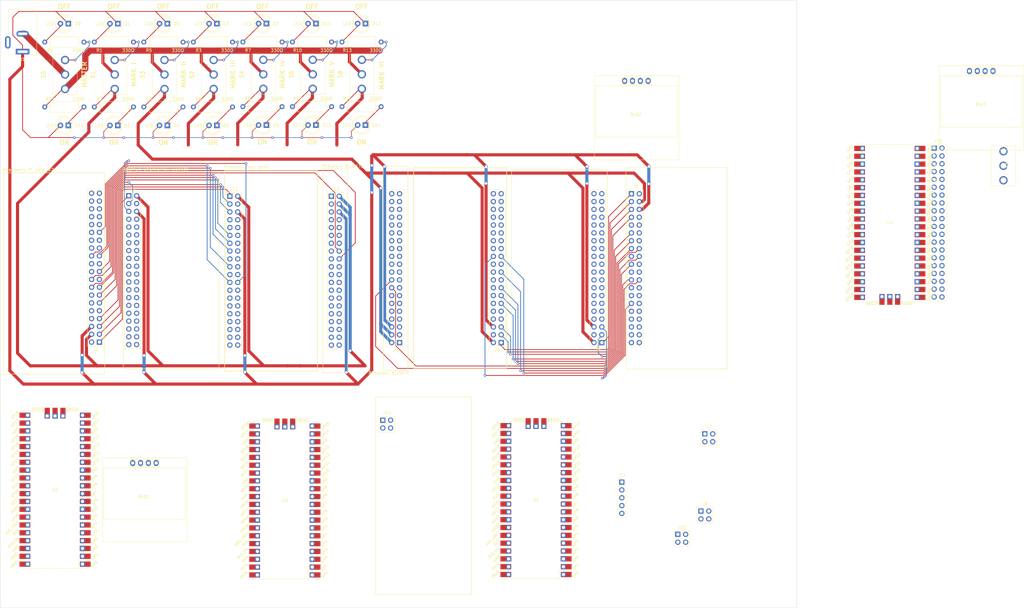
<source format=kicad_pcb>
(kicad_pcb (version 20211014) (generator pcbnew)
  (layers (0 "F.Cu" signal) (31 "B.Cu" signal) (34 "B.Paste" user) (35 "F.Paste" user) (36 "B.SilkS" user "B.Silkscreen") (37 "F.SilkS" user "F.Silkscreen") (38 "B.Mask" user) (39 "F.Mask" user) (44 "Edge.Cuts" user))
  (net 0 "")
  (net 1 "Net-(Brd1-Pad4)")
  (net 2 "Net-(Brd1-Pad3)")
  (net 3 "Net-(Brd1-Pad1)")
  (net 4 "VBUS")
  (net 5 "/SDA 02")
  (net 6 "/SCL 02")
  (net 7 "GND")
  (net 8 "Net-(D1-Pad2)")
  (net 9 "Net-(D2-Pad1)")
  (net 10 "Net-(D3-Pad2)")
  (net 11 "Net-(D4-Pad1)")
  (net 12 "Net-(D5-Pad2)")
  (net 13 "Net-(D6-Pad1)")
  (net 14 "Net-(D7-Pad2)")
  (net 15 "Net-(D8-Pad2)")
  (net 16 "Net-(D9-Pad1)")
  (net 17 "Net-(D10-Pad2)")
  (net 18 "Net-(D11-Pad1)")
  (net 19 "Net-(D13-Pad1)")
  (net 20 "/3.3V")
  (net 22 "/SDA 01")
  (net 23 "/SCL 01")
  (net 24 "Net-(Brd2-Pad1)")
  (net 28 "Net-(Brd2-Pad3)")
  (net 30 "Net-(Brd2-Pad4)")
  (net 32 "Net-(D12-Pad2)")
  (net 33 "/GPIO 23")
  (net 35 "/GPIO 24")
  (net 36 "Net-(D14-Pad1)")
  (net 40 "/SDA 03")
  (net 41 "/BUSY")
  (net 44 "/RESET")
  (net 46 "/DATA")
  (net 56 "/CS")
  (net 63 "/SCL 03")
  (net 68 "/SPI0 MOSI")
  (net 72 "/SPI0 SCLK")
  (net 193 "Net-(J7-Pad1)")
  (net 194 "Net-(J7-Pad2)")
  (net 195 "Net-(J7-Pad3)")
  (net 196 "Net-(J7-Pad4)")
  (net 197 "Net-(J8-Pad1)")
  (net 198 "Net-(J8-Pad2)")
  (net 199 "Net-(J8-Pad3)")
  (net 200 "Net-(J8-Pad4)")
  (net 231 "Net-(J10-Pad1)")
  (net 232 "Net-(J10-Pad2)")
  (net 233 "Net-(J10-Pad3)")
  (net 234 "Net-(J10-Pad4)")
  (net 235 "Net-(J11-Pad1)")
  (net 236 "Net-(J11-Pad2)")
  (net 237 "Net-(J11-Pad3)")
  (net 239 "Net-(J14-Pad2)")
  (net 240 "Net-(J14-Pad4)")
  (net 245 "Net-(J15-Pad1)")
  (net 247 "Net-(J15-Pad3)")
  (net 251 "Net-(J15-Pad5)")
  (net 255 "Net-(J15-Pad6)")
  (net 308 "Net-(R1-Pad2)")
  (net 309 "Net-(R3-Pad2)")
  (net 310 "Net-(R5-Pad2)")
  (net 311 "Net-(R7-Pad2)")
  (net 312 "Net-(R9-Pad2)")
  (net 313 "Net-(R10-Pad2)")
  (net 411 "Net-(J14-Pad1)")
  (net 412 "Net-(J14-Pad3)")
  (net 446 "Net-(R13-Pad2)")
  (net 448 "Net-(U1-Pad20)")
  (footprint "Connector_PinHeader_2.54mm:PinHeader_2x20_P2.54mm_Vertical" (layer "F.Cu") (at 379.136 87.098)
    (fp_text reference "J15")
    (fp_text value "Adafruit Charlieplex Bonnet")
  )
  (footprint "LED_THT:LED_D5.0mm" (layer "F.Cu") (at 178.767335 46.732833 180)
    (fp_text reference "D10")
    (fp_text value "LED")
  )
  (footprint "Connector_PinHeader_2.54mm:PinHeader_2x20_P2.54mm_Vertical" (layer "F.Cu") (at 108.59 149.982 180)
    (fp_text reference "J2")
    (fp_text value "Raspberry Pi Zero W2")
  )
  (footprint "M2012SA1W03:M2012SA1W03" (layer "F.Cu") (at 145.616324 58.547 180)
    (fp_text reference "S2")
    (fp_text value "MARK II" hide)
  )
  (footprint "LED_THT:LED_D5.0mm" (layer "F.Cu") (at 194.822997 79.634165 180)
    (fp_text reference "D14")
    (fp_text value "LED")
  )
  (footprint "Pico:RPi_Pico_SMD_TH" (layer "F.Cu") (at 168.685613 201.3142 180)
    (fp_text reference "U3")
    (fp_text value "Pico")
  )
  (footprint "LED_THT:LED_D5.0mm" (layer "F.Cu") (at 178.767335 79.634165 180)
    (fp_text reference "D13")
    (fp_text value "LED")
  )
  (footprint "SSD1306:128x64OLED" (layer "F.Cu") (at 394.208 72.724)
    (fp_text reference "Brd3")
    (fp_text value "SSD1306")
  )
  (footprint "SSD1306:128x64OLED" (layer "F.Cu") (at 122.995813 199.7657)
    (fp_text reference "Brd1")
    (fp_text value "SSD1306")
  )
  (footprint "Resistor_THT:R_Axial_DIN0309_L9.0mm_D3.2mm_P12.70mm_Horizontal" (layer "F.Cu") (at 122.975349 73.756)
    (fp_text reference "R4")
    (fp_text value "330Ω")
  )
  (footprint "M2012SA1W03:M2012SA1W03" (layer "F.Cu") (at 401.611 97.523)
    (fp_text reference "S7")
    (fp_text value "M2012SA1W03" hide)
  )
  (footprint "Connector_PinHeader_2.54mm:PinHeader_2x20_P2.54mm_Vertical" (layer "F.Cu") (at 150.876 102.696125)
    (fp_text reference "J12")
    (fp_text value "Pimoroni Inky pHAT")
  )
  (footprint "Resistor_THT:R_Axial_DIN0309_L9.0mm_D3.2mm_P12.70mm_Horizontal" (layer "F.Cu") (at 106.919687 73.756)
    (fp_text reference "R2")
    (fp_text value "330Ω")
  )
  (footprint "Resistor_THT:R_Axial_DIN0309_L9.0mm_D3.2mm_P12.70mm_Horizontal" (layer "F.Cu") (at 90.864025 52.738)
    (fp_text reference "R9")
    (fp_text value "330Ω")
  )
  (footprint "Connector_PinHeader_2.54mm:PinHeader_2x20_P2.54mm_Vertical" (layer "F.Cu") (at 183.764 102.696125)
    (fp_text reference "J13")
    (fp_text value "Pimoroni BLINKT!")
  )
  (footprint "Resistor_THT:R_Axial_DIN0309_L9.0mm_D3.2mm_P12.70mm_Horizontal" (layer "F.Cu") (at 139.031011 52.738)
    (fp_text reference "R3")
    (fp_text value "330Ω")
  )
  (footprint "Connector_PinHeader_2.54mm:PinHeader_2x20_P2.54mm_Vertical" (layer "F.Cu") (at 118.11 102.53175)
    (fp_text reference "J4")
    (fp_text value "Adafruit CharliePlex Bonnet")
  )
  (footprint "LED_THT:LED_D5.0mm" (layer "F.Cu") (at 146.656011 79.74 180)
    (fp_text reference "D6")
    (fp_text value "LED")
  )
  (footprint "Resistor_THT:R_Axial_DIN0309_L9.0mm_D3.2mm_P12.70mm_Horizontal" (layer "F.Cu") (at 187.197997 52.695666)
    (fp_text reference "R13")
    (fp_text value "330Ω")
  )
  (footprint "Connector_PinHeader_2.54mm:PinHeader_2x20_P2.54mm_Vertical" (layer "F.Cu") (at 281.023 101.888062)
    (fp_text reference "J3")
    (fp_text value "Raspberry Pi Zero W2")
  )
  (footprint "Connector_PinHeader_2.54mm:PinHeader_2x20_P2.54mm_Vertical" (layer "F.Cu") (at 205.867001 150.138061 180)
    (fp_text reference "J9")
    (fp_text value "Pimoroni BLINKT!")
  )
  (footprint "Resistor_THT:R_Axial_DIN0309_L9.0mm_D3.2mm_P12.70mm_Horizontal" (layer "F.Cu") (at 139.031011 73.756)
    (fp_text reference "R6")
    (fp_text value "330Ω")
  )
  (footprint "M2012SA1W03:M2012SA1W03" (layer "F.Cu") (at 161.714236 58.483499 180)
    (fp_text reference "S4")
    (fp_text value "MARK IV" hide)
  )
  (footprint "Resistor_THT:R_Axial_DIN0309_L9.0mm_D3.2mm_P12.70mm_Horizontal" (layer "F.Cu") (at 90.864025 73.756)
    (fp_text reference "R11")
    (fp_text value "330Ω")
  )
  (footprint "LED_THT:LED_D5.0mm" (layer "F.Cu") (at 194.822997 46.732833 180)
    (fp_text reference "D12")
    (fp_text value "LED")
  )
  (footprint "Pico:RPi_Pico_SMD_TH" (layer "F.Cu") (at 94.212813 197.8137 180)
    (fp_text reference "U2")
    (fp_text value "Pico")
  )
  (footprint "LED_THT:LED_D5.0mm" (layer "F.Cu") (at 130.600349 46.754 180)
    (fp_text reference "D5")
    (fp_text value "LED")
  )
  (footprint "LED_THT:LED_D5.0mm" (layer "F.Cu") (at 114.544687 79.74 180)
    (fp_text reference "D2")
    (fp_text value "LED")
  )
  (footprint "Connector_PinHeader_2.54mm:PinHeader_2x02_P2.54mm_Vertical" (layer "F.Cu") (at 296.054613 212.2907)
    (fp_text reference "J10")
    (fp_text value "DEBUG PINS")
  )
  (footprint "Resistor_THT:R_Axial_DIN0309_L9.0mm_D3.2mm_P12.70mm_Horizontal" (layer "F.Cu") (at 155.086673 52.695666)
    (fp_text reference "R7")
    (fp_text value "330Ω")
  )
  (footprint "M2012SA1W03:M2012SA1W03" (layer "F.Cu") (at 193.649672 58.483499 180)
    (fp_text reference "S8")
    (fp_text value "MARK VI" hide)
  )
  (footprint "Resistor_THT:R_Axial_DIN0309_L9.0mm_D3.2mm_P12.70mm_Horizontal" (layer "F.Cu") (at 155.086673 73.671332)
    (fp_text reference "R8")
    (fp_text value "330Ω")
  )
  (footprint "LED_THT:LED_D5.0mm" (layer "F.Cu") (at 130.600349 79.74 180)
    (fp_text reference "D4")
    (fp_text value "LED")
  )
  (footprint "LED_THT:LED_D5.0mm" (layer "F.Cu") (at 146.656011 46.754 180)
    (fp_text reference "D3")
    (fp_text value "LED")
  )
  (footprint "Connector_PinHeader_2.54mm:PinHeader_2x02_P2.54mm_Vertical" (layer "F.Cu") (at 200.430613 175.2867)
    (fp_text reference "J14")
    (fp_text value "DEBUG Pins")
  )
  (footprint "LED_THT:LED_D5.0mm" (layer "F.Cu") (at 98.489025 79.74 180)
    (fp_text reference "D11")
    (fp_text value "LED")
  )
  (footprint "Connector_PinHeader_2.54mm:PinHeader_2x20_P2.54mm_Vertical" (layer "F.Cu") (at 238.813 150.138062 180)
    (fp_text reference "J6")
    (fp_text value "Pimoroni Inky pHAT")
  )
  (footprint "Resistor_THT:R_Axial_DIN0309_L9.0mm_D3.2mm_P12.70mm_Horizontal" (layer "F.Cu") (at 171.142335 73.671332)
    (fp_text reference "R12")
    (fp_text value "330Ω")
  )
  (footprint "Connector_PinHeader_2.54mm:PinHeader_2x02_P2.54mm_Vertical" (layer "F.Cu") (at 304.829613 179.7267)
    (fp_text reference "J7")
    (fp_text value "DEBUG PINS")
  )
  (footprint "Resistor_THT:R_Axial_DIN0309_L9.0mm_D3.2mm_P12.70mm_Horizontal" (layer "F.Cu") (at 171.142335 52.695666)
    (fp_text reference "R10")
    (fp_text value "330Ω")
  )
  (footprint "SSD1306:128x64OLED" (layer "F.Cu") (at 282.448 75.9243)
    (fp_text reference "Brd2")
    (fp_text value "SSD1306")
  )
  (footprint "Pico:RPi_Pico_SMD_TH" (layer "F.Cu") (at 364.771 111.333)
    (fp_text reference "U4")
    (fp_text value "Pico")
  )
  (footprint "Connector_PinHeader_2.54mm:PinHeader_2x20_P2.54mm_Vertical" (layer "F.Cu") (at 271.427 150.138062 180)
    (fp_text reference "J5")
    (fp_text value "Adafruit CharliePlex Bonnet")
  )
  (footprint "LED_THT:LED_D5.0mm" (layer "F.Cu") (at 114.544687 46.754 180)
    (fp_text reference "D1")
    (fp_text value "LED")
  )
  (footprint "M2012SA1W03:M2012SA1W03" (layer "F.Cu") (at 129.680393 58.547 180)
    (fp_text reference "S3")
    (fp_text value "MARK III" hide)
  )
  (footprint "Connector_BarrelJack:BarrelJack_Wuerth_6941xx301002" (layer "F.Cu") (at 83.687613 55.8267 180)
    (fp_text reference "J1")
    (fp_text value "Barrel_Jack")
  )
  (footprint "Resistor_THT:R_Axial_DIN0309_L9.0mm_D3.2mm_P12.70mm_Horizontal" (layer "F.Cu") (at 106.919687 52.738)
    (fp_text reference "R1")
    (fp_text value "330Ω")
  )
  (footprint "Pico:RPi_Pico_SMD_TH" (layer "F.Cu") (at 250.092613 201.1807 180)
    (fp_text reference "U1")
    (fp_text value "Pico")
  )
  (footprint "LED_THT:LED_D5.0mm" (layer "F.Cu") (at 98.489025 46.754 180)
    (fp_text reference "D8")
    (fp_text value "LED")
  )
  (footprint "LED_THT:LED_D5.0mm" (layer "F.Cu") (at 162.711673 46.732833 180)
    (fp_text reference "D7")
    (fp_text value "LED")
  )
  (footprint "M2012SA1W03:M2012SA1W03" (layer "F.Cu") (at 97.451 58.547 180)
    (fp_text reference "S5")
    (fp_text value "MASTER" hide)
  )
  (footprint "M2012SA1W03:M2012SA1W03" (layer "F.Cu") (at 113.544762 58.547 180)
    (fp_text reference "S1")
    (fp_text value "MARK I" hide)
  )
  (footprint "Connector_PinHeader_2.54mm:PinHeader_2x02_P2.54mm_Vertical" (layer "F.Cu") (at 303.554613 204.7407)
    (fp_text reference "J8")
    (fp_text value "DEBUG PINS")
  )
  (footprint "Resistor_THT:R_Axial_DIN0309_L9.0mm_D3.2mm_P12.70mm_Horizontal" (layer "F.Cu") (at 187.197997 73.671332)
    (fp_text reference "R14")
    (fp_text value "330Ω")
  )
  (footprint "M2012SA1W03:M2012SA1W03" (layer "F.Cu") (at 177.742298 58.483499 180)
    (fp_text reference "S6")
    (fp_text value "MARK V" hide)
  )
  (footprint "LED_THT:LED_D5.0mm" (layer "F.Cu") (at 162.711673 79.634165 180)
    (fp_text reference "D9")
    (fp_text value "LED")
  )
  (footprint "Connector_PinHeader_2.54mm:PinHeader_1x05_P2.54mm_Vertical" (layer "F.Cu") (at 277.905613 195.3527)
    (fp_text reference "J11")
    (fp_text value "Conn_01x05_Male")
  )
  (footprint "Resistor_THT:R_Axial_DIN0309_L9.0mm_D3.2mm_P12.70mm_Horizontal" (layer "F.Cu") (at 122.975349 52.738)
    (fp_text reference "R5")
    (fp_text value "330Ω")
  )
  (gr_rect locked (start 279.273 93.374062) (end 312.039 158.652062) (layer "F.SilkS") (width 0.15) (fill none))
  (gr_rect locked (start 240.538 158.525062) (end 210.439 93.501062) (layer "F.SilkS") (width 0.2) (fill none))
  (gr_rect locked (start 208.592501 159.096561) (end 200.591501 92.929561) (layer "F.SilkS") (width 0.15) (fill none))
  (gr_rect locked (start 149.151 94.309125) (end 179.25 159.333125) (layer "F.SilkS") (width 0.2) (fill none))
  (gr_rect (start 198.149613 167.7887) (end 229.137613 231.7967) (layer "F.SilkS") (width 0.15) (fill none))
  (gr_rect locked (start 110.2855 160.37775) (end 77.5195 95.09975) (layer "F.SilkS") (width 0.15) (fill none))
  (gr_rect locked (start 181.0385 93.737625) (end 189.0395 159.904625) (layer "F.SilkS") (width 0.15) (fill none))
  (gr_rect locked (start 116.36 94.65275) (end 147.348 158.66075) (layer "F.SilkS") (width 0.15) (fill none))
  (gr_rect locked (start 273.177 158.017062) (end 242.189 94.009062) (layer "F.SilkS") (width 0.15) (fill none))
  (gr_rect (start 76.412 39.1457) (end 334.603 236.1227) (layer "Edge.Cuts") (width 0.1) (fill none))
  (gr_text "OFF" (at 193.547997 41.2125) (layer "F.SilkS") (effects (font (size 1.5 1.5) (thickness 0.3))))
  (gr_text "ON" (at 193.547997 85.1545) (layer "F.SilkS") (effects (font (size 1.5 1.5) (thickness 0.3))))
  (gr_text "OFF" (at 129.325349 41.2125) (layer "F.SilkS") (effects (font (size 1.5 1.5) (thickness 0.3))))
  (gr_text "MASTER" (at 103.7082 63.247001 90) (layer "F.SilkS") (effects (font (size 1.5 1.5) (thickness 0.3))))
  (gr_text "ON" (at 161.436673 85.1545) (layer "F.SilkS") (effects (font (size 1.5 1.5) (thickness 0.3))))
  (gr_text "MARK I" (at 119.776562 63.247001 90) (layer "F.SilkS") (effects (font (size 1.5 1.5) (thickness 0.3))))
  (gr_text "ON" (at 129.325349 85.2815) (layer "F.SilkS") (effects (font (size 1.5 1.5) (thickness 0.3))))
  (gr_text "ON" (at 113.269687 85.2815) (layer "F.SilkS") (effects (font (size 1.5 1.5) (thickness 0.3))))
  (gr_text "MARK III" (at 151.890124 63.247001 90) (layer "F.SilkS") (effects (font (size 1.5 1.5) (thickness 0.3))))
  (gr_text "MARK IV" (at 167.911836 63.1835 90) (layer "F.SilkS") (effects (font (size 1.5 1.5) (thickness 0.3))))
  (gr_text "MARK V" (at 183.965298 63.182499 90) (layer "F.SilkS") (effects (font (size 1.5 1.5) (thickness 0.3))))
  (gr_text "ON" (at 177.492335 85.1545) (layer "F.SilkS") (effects (font (size 1.5 1.5) (thickness 0.3))))
  (gr_text "ON" (at 97.214025 85.2815) (layer "F.SilkS") (effects (font (size 1.5 1.5) (thickness 0.3))))
  (gr_text "OFF" (at 177.492335 41.2125) (layer "F.SilkS") (effects (font (size 1.5 1.5) (thickness 0.3))))
  (gr_text "OFF" (at 161.436673 41.2125) (layer "F.SilkS") (effects (font (size 1.5 1.5) (thickness 0.3))))
  (gr_text "MARK VI" (at 200.126672 63.564499 90) (layer "F.SilkS") (effects (font (size 1.5 1.5) (thickness 0.3))))
  (gr_text "ON" (at 145.381011 85.2815) (layer "F.SilkS") (effects (font (size 1.5 1.5) (thickness 0.3))))
  (gr_text "OFF" (at 113.269687 41.2125) (layer "F.SilkS") (effects (font (size 1.5 1.5) (thickness 0.3))))
  (gr_text "OFF" (at 145.381011 41.2125) (layer "F.SilkS") (effects (font (size 1.5 1.5) (thickness 0.3))))
  (gr_text "OFF" (at 97.214025 41.2125) (layer "F.SilkS") (effects (font (size 1.5 1.5) (thickness 0.3))))
  (gr_text "MARK II" (at 135.842418 63.247 90) (layer "F.SilkS") (effects (font (size 1.5 1.5) (thickness 0.3))))
  (segment (start 113.544762 63.247) (end 109.728 59.430238) (width 1) (layer "F.Cu") (net 4))
  (segment (start 104.394 154.272695) (end 104.394 149.098) (width 1) (layer "F.Cu") (net 4))
  (segment (start 106.919687 73.756) (end 112.728687 67.947) (width 0.25) (layer "F.Cu") (net 4))
  (segment (start 194.6369 157.5694) (end 189.8884 152.8209) (width 1) (layer "F.Cu") (net 4))
  (segment (start 177.620324 67.8835) (end 177.620324 70.855176) (width 1) (layer "F.Cu") (net 4))
  (segment (start 193.649672 63.183499) (end 189.611 59.144827) (width 1) (layer "F.Cu") (net 4))
  (segment (start 139.031011 73.756) (end 144.840011 67.947) (width 0.25) (layer "F.Cu") (net 4))
  (segment (start 105.156 81.892) (end 82.042 105.006) (width 1) (layer "F.Cu") (net 4))
  (segment (start 104.013 61.087) (end 104.013 57.023) (width 2) (layer "F.Cu") (net 4))
  (segment (start 192.98583 67.883499) (end 193.649672 67.883499) (width 0.25) (layer "F.Cu") (net 4))
  (segment (start 109.728 55.499) (end 112.280101 55.499) (width 2) (layer "F.Cu") (net 4))
  (segment (start 86.1555 157.6615) (end 107.9995 157.6615) (width 1) (layer "F.Cu") (net 4))
  (segment (start 169.6064 157.6615) (end 107.9995 157.6615) (width 1) (layer "F.Cu") (net 4))
  (segment (start 106.36999 147.48999) (end 106.3765 147.4965) (width 0.25) (layer "F.Cu") (net 4))
  (segment (start 216.0811 95.184) (end 194.945 95.184) (width 1) (layer "F.Cu") (net 4))
  (segment (start 125.731511 59.298118) (end 125.731511 55.497489) (width 1) (layer "F.Cu") (net 4))
  (segment (start 173.736 59.177201) (end 173.736 55.499) (width 1) (layer "F.Cu") (net 4))
  (segment (start 145.616324 63.247) (end 141.606511 59.237187) (width 1) (layer "F.Cu") (net 4))
  (segment (start 260.5545 95.2991) (end 265.303 100.0476) (width 1) (layer "F.Cu") (net 4))
  (segment (start 129.680393 63.247) (end 125.731511 59.298118) (width 1) (layer "F.Cu") (net 4))
  (segment (start 216.0926 95.1955) (end 216.0811 95.184) (width 1) (layer "F.Cu") (net 4))
  (segment (start 83.687613 50.0267) (end 84.2307 50.0267) (width 2) (layer "F.Cu") (net 4))
  (segment (start 125.73 90.678) (end 190.3895 90.678) (width 1) (layer "F.Cu") (net 4))
  (segment (start 193.749324 70.918676) (end 185.547 79.121) (width 1) (layer "F.Cu") (net 4))
  (segment (start 105.156 79.121) (end 105.156 81.892) (width 1) (layer "F.Cu") (net 4))
  (segment (start 169.418 79.0575) (end 169.418 86.0425) (width 1) (layer "F.Cu") (net 4))
  (segment (start 90.864025 73.756) (end 96.673025 67.947) (width 0.25) (layer "F.Cu") (net 4))
  (segment (start 284.572938 104.428062) (end 283.563 104.428062) (width 1) (layer "F.Cu") (net 4))
  (segment (start 265.303 100.0476) (end 265.303 146.64225) (width 1) (layer "F.Cu") (net 4))
  (segment (start 157.734 59.203263) (end 157.734 55.499) (width 1) (layer "F.Cu") (net 4))
  (segment (start 82.042 153.548) (end 86.1555 157.6615) (width 1) (layer "F.Cu") (net 4))
  (segment (start 145.616324 67.947) (end 145.616324 70.918676) (width 1) (layer "F.Cu") (net 4))
  (segment (start 285.242 103.759) (end 284.572938 104.428062) (width 1) (layer "F.Cu") (net 4))
  (segment (start 189.611 59.144827) (end 189.611 55.499) (width 1) (layer "F.Cu") (net 4))
  (segment (start 161.618324 67.8835) (end 161.618324 70.855176) (width 1) (layer "F.Cu") (net 4))
  (segment (start 124.333 152.8094) (end 124.333 106.21475) (width 1) (layer "F.Cu") (net 4))
  (segment (start 169.6064 157.6615) (end 173.5434 157.6615) (width 1) (layer "F.Cu") (net 4))
  (segment (start 173.5549 157.673) (end 194.691 157.673) (width 1) (layer "F.Cu") (net 4))
  (segment (start 96.673025 67.947) (end 97.451 67.947) (width 0.25) (layer "F.Cu") (net 4))
  (segment (start 97.451 67.947) (end 104.013 61.385) (width 2) (layer "F.Cu") (net 4))
  (segment (start 104.013 57.023) (end 105.537 55.499) (width 2) (layer "F.Cu") (net 4))
  (segment (start 155.086673 73.671332) (end 160.874506 67.883499) (width 0.25) (layer "F.Cu") (net 4))
  (segment (start 112.281612 55.497489) (end 125.731511 55.497489) (width 2) (layer "F.Cu") (net 4))
  (segment (start 169.6179 157.673) (end 169.6064 157.6615) (width 1) (layer "F.Cu") (net 4))
  (segment (start 104.013 61.385) (end 104.013 61.087) (width 0.25) (layer "F.Cu") (net 4))
  (segment (start 157.734 55.499) (end 173.736 55.499) (width 2) (layer "F.Cu") (net 4))
  (segment (start 161.618324 70.855176) (end 153.416 79.0575) (width 1) (layer "F.Cu") (net 4))
  (segment (start 104.394 149.098) (end 106.05 147.442) (width 1) (layer "F.Cu") (net 4))
  (segment (start 220.0181 95.184) (end 220.0296 95.1955) (width 1) (layer "F.Cu") (net 4))
  (segment (start 173.736 55.499) (end 189.611 55.499) (width 2) (layer "F.Cu") (net 4))
  (segment (start 161.7439 157.5694) (end 156.9954 152.8209) (width 1) (layer "F.Cu") (net 4))
  (segment (start 189.611 55.499) (end 199.39 55.499) (width 2) (layer "F.Cu") (net 4))
  (segment (start 128.784349 67.947) (end 129.680393 67.947) (width 0.25) (layer "F.Cu") (net 4))
  (segment (start 173.5434 157.6615) (end 173.5549 157.673) (width 1) (layer "F.Cu") (net 4))
  (segment (start 265.303 146.64225) (end 268.986 150.32525) (width 1) (layer "F.Cu") (net 4))
  (segment (start 232.6406 100.0361) (end 232.6406 146.581475) (width 1) (layer "F.Cu") (net 4))
  (segment (start 160.874506 67.883499) (end 161.714236 67.883499) (width 0.25) (layer "F.Cu") (net 4))
  (segment (start 121.285 78.994) (end 121.158 79.121) (width 0.25) (layer "F.Cu") (net 4))
  (segment (start 121.158 79.121) (end 121.158 86.106) (width 1) (layer "F.Cu") (net 4))
  (segment (start 122.975349 73.756) (end 128.784349 67.947) (width 0.25) (layer "F.Cu") (net 4))
  (segment (start 281.853195 95.1955) (end 285.242 98.584305) (width 1) (layer "F.Cu") (net 4))
  (segment (start 113.544762 70.732238) (end 105.283 78.994) (width 1) (layer "F.Cu") (net 4))
  (segment (start 220.0296 95.1955) (end 281.6365 95.1955) (width 1) (layer "F.Cu") (net 4))
  (segment (start 177.620324 70.855176) (end 169.418 79.0575) (width 1) (layer "F.Cu") (net 4))
  (segment (start 227.8921 95.2876) (end 232.6406 100.0361) (width 1) (layer "F.Cu") (net 4))
  (segment (start 105.537 55.499) (end 109.728 55.499) (width 2) (layer "F.Cu") (net 4))
  (segment (start 112.728687 67.947) (end 113.544762 67.947) (width 0.25) (layer "F.Cu") (net 4))
  (segment (start 156.9954 152.8209) (end 156.9954 106.275525) (width 1) (layer "F.Cu") (net 4))
  (segment (start 281.6599 95.1955) (end 281.6365 95.1955) (width 0.25) (layer "F.Cu") (net 4))
  (segment (start 161.714236 63.183499) (end 157.734 59.203263) (width 1) (layer "F.Cu") (net 4))
  (segment (start 176.930168 67.883499) (end 177.742298 67.883499) (width 0.25) (layer "F.Cu") (net 4))
  (segment (start 141.606511 55.497489) (end 146.879474 55.497489) (width 2) (layer "F.Cu") (net 4))
  (segment (start 145.616324 70.918676) (end 137.414 79.121) (width 1) (layer "F.Cu") (net 4))
  (segment (start 113.544762 67.947) (end 113.544762 70.732238) (width 1) (layer "F.Cu") (net 4))
  (segment (start 153.416 79.0575) (end 153.416 86.0425) (width 1) (layer "F.Cu") (net 4))
  (segment (start 84.2307 50.0267) (end 97.451 63.247) (width 2) (layer "F.Cu") (net 4))
  (segment (start 177.742298 63.183499) (end 173.736 59.177201) (width 1) (layer "F.Cu") (net 4))
  (segment (start 129.680393 70.598607) (end 121.285 78.994) (width 1) (layer "F.Cu") (net 4))
  (segment (start 190.3895 90.678) (end 199.7476 100.0361) (width 1) (layer "F.Cu") (net 4))
  (segment (start 144.840011 67.947) (end 145.616324 67.947) (width 0.25) (layer "F.Cu") (net 4))
  (segment (start 124.333 106.21475) (end 120.65 102.53175) (width 1) (layer "F.Cu") (net 4))
  (segment (start 171.142335 73.671332) (end 176.930168 67.883499) (width 0.25) (layer "F.Cu") (net 4))
  (segment (start 137.414 79.121) (end 137.414 86.106) (width 1) (layer "F.Cu") (net 4))
  (segment (start 187.197997 73.671332) (end 192.98583 67.883499) (width 0.25) (layer "F.Cu") (net 4))
  (segment (start 107.9761 157.6615) (end 107.9995 157.6615) (width 0.25) (layer "F.Cu") (net 4))
  (segment (start 107.782805 157.6615) (end 104.394 154.272695) (width 1) (layer "F.Cu") (net 4))
  (segment (start 125.731511 55.497489) (end 141.606511 55.497489) (width 2) (layer "F.Cu") (net 4))
  (segment (start 121.158 86.106) (end 125.73 90.678) (width 1) (layer "F.Cu") (net 4))
  (segment (start 141.606511 59.237187) (end 141.606511 55.497489) (width 1) (layer "F.Cu") (net 4))
  (segment (start 129.680393 67.947) (end 129.680393 70.598607) (width 1) (layer "F.Cu") (net 4))
  (segment (start 232.6406 146.581475) (end 236.22 150.160875) (width 1) (layer "F.Cu") (net 4))
  (segment (start 105.283 78.994) (end 105.156 79.121) (width 0.25) (layer "F.Cu") (net 4))
  (segment (start 193.749324 67.947) (end 193.749324 70.918676) (width 1) (layer "F.Cu") (net 4))
  (segment (start 129.0815 157.5579) (end 124.333 152.8094) (width 1) (layer "F.Cu") (net 4))
  (segment (start 185.547 79.121) (end 185.547 86.106) (width 1) (layer "F.Cu") (net 4))
  (segment (start 220.0296 95.1955) (end 216.0926 95.1955) (width 1) (layer "F.Cu") (net 4))
  (segment (start 109.728 59.430238) (end 109.728 55.499) (width 1) (layer "F.Cu") (net 4))
  (segment (start 285.242 98.584305) (end 285.242 103.759) (width 1) (layer "F.Cu") (net 4))
  (segment (start 82.042 105.006) (end 82.042 153.548) (width 1) (layer "F.Cu") (net 4))
  (segment (start 156.9954 106.275525) (end 153.416 102.696125) (width 1) (layer "F.Cu") (net 4))
  (segment (start 146.880985 55.499) (end 157.734 55.499) (width 2) (layer "F.Cu") (net 4))
  (via (at 199.771 100.076) (size 1) (drill 0.8) (layers "F.Cu" "B.Cu") (net 4))
  (via (at 189.865 152.781) (size 1) (drill 0.8) (layers "F.Cu" "B.Cu") (net 4))
  (segment (start 189.865 152.781) (end 189.865 108.797125) (width 1) (layer "B.Cu") (net 4))
  (segment (start 199.771 146.599875) (end 203.332 150.160875) (width 1) (layer "B.Cu") (net 4))
  (segment (start 199.771 100.076) (end 199.771 144.059875) (width 1) (layer "B.Cu") (net 4))
  (segment (start 199.771 144.059875) (end 199.771 146.599875) (width 1) (layer "B.Cu") (net 4))
  (segment (start 189.865 108.797125) (end 189.865 106.257125) (width 1) (layer "B.Cu") (net 4))
  (segment (start 189.865 106.257125) (end 186.304 102.696125) (width 1) (layer "B.Cu") (net 4))
  (segment (start 199.771 144.059875) (end 203.332 147.620875) (width 1) (layer "B.Cu") (net 4))
  (segment (start 189.865 108.797125) (end 186.304 105.236125) (width 1) (layer "B.Cu") (net 4))
  (segment (start 123.063 110.02475) (end 120.65 107.61175) (width 1) (layer "F.Cu") (net 7))
  (segment (start 233.9106 98.5405) (end 233.9106 142.82075) (width 1) (layer "F.Cu") (net 7))
  (segment (start 102.997 147.955) (end 106.05 144.902) (width 1) (layer "F.Cu") (net 7))
  (segment (start 142.113 81.743011) (end 144.116011 79.74) (width 0.2) (layer "F.Cu") (net 7))
  (segment (start 286.639 104.902) (end 284.572938 106.968062) (width 1) (layer "F.Cu") (net 7))
  (segment (start 94.361 42.799) (end 110.617 42.799) (width 0.25) (layer "F.Cu") (net 7))
  (segment (start 80.518 44.704) (end 82.423 42.799) (width 0.25) (layer "F.Cu") (net 7))
  (segment (start 190.889164 42.799) (end 190.881 42.799) (width 0.25) (layer "F.Cu") (net 7))
  (segment (start 284.572938 106.968062) (end 283.563 106.968062) (width 1) (layer "F.Cu") (net 7))
  (segment (start 174.625 42.799) (end 190.881 42.799) (width 0.25) (layer "F.Cu") (net 7))
  (segment (start 190.246 81.671162) (end 192.282997 79.634165) (width 0.2) (layer "F.Cu") (net 7))
  (segment (start 123.063 154.305) (end 123.063 110.02475) (width 1) (layer "F.Cu") (net 7))
  (segment (start 158.115 83.693) (end 164.719 83.693) (width 0.2) (layer "F.Cu") (net 7))
  (segment (start 80.518 50.546) (end 80.518 44.704) (width 0.25) (layer "F.Cu") (net 7))
  (segment (start 109.982 83.693) (end 116.459 83.693) (width 0.2) (layer "F.Cu") (net 7))
  (segment (start 79.5515 159.236087) (end 79.5515 64.77) (width 1) (layer "F.Cu") (net 7))
  (segment (start 161.8594 163.5837) (end 107.4447 163.5837) (width 1) (layer "F.Cu") (net 7))
  (segment (start 158.115 83.693) (end 158.115 81.690838) (width 0.2) (layer "F.Cu") (net 7))
  (segment (start 83.687613 55.8267) (end 83.687613 81.147613) (width 0.25) (layer "F.Cu") (net 7))
  (segment (start 266.573 98.552) (end 266.573 142.83225) (width 1) (layer "F.Cu") (net 7))
  (segment (start 130.600349 46.653349) (end 126.746 42.799) (width 0.25) (layer "F.Cu") (net 7))
  (segment (start 196.85 89.662) (end 197.2502 89.2618) (width 1) (layer "F.Cu") (net 7))
  (segment (start 86.233 83.693) (end 93.726 83.693) (width 0.25) (layer "F.Cu") (net 7))
  (segment (start 266.573 93.0791) (end 262.8098 89.3159) (width 1) (layer "F.Cu") (net 7))
  (segment (start 142.113 83.693) (end 142.113 81.743011) (width 0.2) (layer "F.Cu") (net 7))
  (segment (start 102.980205 159.8205) (end 106.743405 163.5837) (width 1) (layer "F.Cu") (net 7))
  (segment (start 227.7651 89.2618) (end 227.7766 89.2733) (width 1) (layer "F.Cu") (net 7))
  (segment (start 130.600349 46.754) (end 130.600349 46.653349) (width 0.25) (layer "F.Cu") (net 7))
  (segment (start 233.959875 142.82075) (end 236.22 145.080875) (width 1) (layer "F.Cu") (net 7))
  (segment (start 190.246 83.693) (end 190.246 81.671162) (width 0.2) (layer "F.Cu") (net 7))
  (segment (start 114.544687 46.726687) (end 110.617 42.799) (width 0.25) (layer "F.Cu") (net 7))
  (segment (start 79.5515 64.77) (end 83.687613 60.633887) (width 1) (layer "F.Cu") (net 7))
  (segment (start 83.687613 55.8267) (end 83.687613 53.715613) (width 0.25) (layer "F.Cu") (net 7))
  (segment (start 98.489025 46.754) (end 94.534025 42.799) (width 0.25) (layer "F.Cu") (net 7))
  (segment (start 146.656011 46.754) (end 142.701011 42.799) (width 0.25) (layer "F.Cu") (net 7))
  (segment (start 94.534025 42.799) (end 94.361 42.799) (width 0.25) (layer "F.Cu") (net 7))
  (segment (start 161.8709 163.5952) (end 161.8594 163.5837) (width 1) (layer "F.Cu") (net 7))
  (segment (start 84.074 56.213087) (end 83.687613 55.8267) (width 1) (layer "F.Cu") (net 7))
  (segment (start 188.6184 159.7894) (end 192.3816 163.5526) (width 1) (layer "F.Cu") (net 7))
  (segment (start 197.2502 89.2618) (end 227.7651 89.2618) (width 1) (layer "F.Cu") (net 7))
  (segment (start 109.982 83.693) (end 109.982 81.762687) (width 0.2) (layer "F.Cu") (net 7))
  (segment (start 106.9367 163.5837) (end 107.4447 163.5837) (width 1) (layer "F.Cu") (net 7))
  (segment (start 125.984 83.693) (end 132.588 83.693) (width 0.2) (layer "F.Cu") (net 7))
  (segment (start 192.3816 163.5526) (end 196.85 159.0842) (width 1) (layer "F.Cu") (net 7))
  (segment (start 109.982 81.762687) (end 112.004687 79.74) (width 0.2) (layer "F.Cu") (net 7))
  (segment (start 83.687613 81.147613) (end 86.233 83.693) (width 0.25) (layer "F.Cu") (net 7))
  (segment (start 192.405 163.576) (end 192.3858 163.5952) (width 1) (layer "F.Cu") (net 7))
  (segment (start 83.687613 53.715613) (end 80.518 50.546) (width 0.25) (layer "F.Cu") (net 7))
  (segment (start 233.9106 93.0676) (end 230.1474 89.3044) (width 1) (layer "F.Cu") (net 7))
  (segment (start 155.7254 154.3165) (end 155.7254 110.03625) (width 1) (layer "F.Cu") (net 7))
  (segment (start 95.949025 79.74) (end 91.996025 83.693) (width 0.25) (layer "F.Cu") (net 7))
  (segment (start 83.687613 60.633887) (end 83.687613 55.8267) (width 1) (layer "F.Cu") (net 7))
  (segment (start 194.822997 46.732833) (end 190.889164 42.799) (width 0.25) (layer "F.Cu") (net 7))
  (segment (start 286.655795 93.0365) (end 282.892595 89.2733) (width 1) (layer "F.Cu") (net 7))
  (segment (start 114.544687 46.754) (end 114.544687 46.726687) (width 0.25) (layer "F.Cu") (net 7))
  (segment (start 91.996025 83.693) (end 91.821 83.693) (width 0.25) (layer "F.Cu") (net 7))
  (segment (start 155.676125 110.03625) (end 153.416 107.776125) (width 1) (layer "F.Cu") (net 7))
  (segment (start 174.244 81.6175) (end 176.227335 79.634165) (width 0.2) (layer "F.Cu") (net 7))
  (segment (start 125.984 83.693) (end 125.984 81.816349) (width 0.2) (layer "F.Cu") (net 7))
  (segment (start 174.244 83.693) (end 180.721 83.693) (width 0.2) (layer "F.Cu") (net 7))
  (segment (start 196.85 92.71) (end 196.85 89.662) (width 1) (layer "F.Cu") (net 7))
  (segment (start 110.617 42.799) (end 126.746 42.799) (width 0.25) (layer "F.Cu") (net 7))
  (segment (start 196.85 159.0842) (end 196.85 155.321) (width 1) (layer "F.Cu") (net 7))
  (segment (start 196.85 155.321) (end 196.85 101.473) (width 1) (layer "F.Cu") (net 7))
  (segment (start 162.711673 46.732833) (end 158.77784 42.799) (width 0.25) (layer "F.Cu") (net 7))
  (segment (start 123.063 159.7779) (end 126.8262 163.5411) (width 1) (layer "F.Cu") (net 7))
  (segment (start 227.7766 89.2733) (end 282.6993 89.2733) (width 1) (layer "F.Cu") (net 7))
  (segment (start 142.701011 42.799) (end 142.621 42.799) (width 0.25) (layer "F.Cu") (net 7))
  (segment (start 142.113 83.693) (end 148.59 83.693) (width 0.2) (layer "F.Cu") (net 7))
  (segment (start 83.899113 163.5837) (end 79.5515 159.236087) (width 1) (layer "F.Cu") (net 7))
  (segment (start 174.833502 42.799) (end 174.625 42.799) (width 0.25) (layer "F.Cu") (net 7))
  (segment (start 107.4447 163.5837) (end 83.899113 163.5837) (width 1) (layer "F.Cu") (net 7))
  (segment (start 266.573 142.83225) (end 268.986 145.24525) (width 1) (layer "F.Cu") (net 7))
  (segment (start 93.726 83.693) (end 100.457 83.693) (width 0.25) (layer "F.Cu") (net 7))
  (segment (start 155.7254 159.7894) (end 159.4886 163.5526) (width 1) (layer "F.Cu") (net 7))
  (segment (start 286.639 98.679) (end 286.639 104.902) (width 1) (layer "F.Cu") (net 7))
  (segment (start 201.0176 93.0676) (end 197.2544 89.3044) (width 1) (layer "F.Cu") (net 7))
  (segment (start 102.997 154.178) (end 102.997 147.955) (width 1) (layer "F.Cu") (net 7))
  (segment (start 178.767335 46.732833) (end 174.833502 42.799) (width 0.25) (layer "F.Cu") (net 7))
  (segment (start 174.244 83.693) (end 174.244 81.6175) (width 0.2) (layer "F.Cu") (net 7))
  (segment (start 158.77784 42.799) (end 158.877 42.799) (width 0.25) (layer "F.Cu") (net 7))
  (segment (start 142.621 42.799) (end 158.877 42.799) (width 0.25) (layer "F.Cu") (net 7))
  (segment (start 192.3858 163.5952) (end 161.8709 163.5952) (width 1) (layer "F.Cu") (net 7))
  (segment (start 158.115 81.690838) (end 160.171673 79.634165) (width 0.2) (layer "F.Cu") (net 7))
  (segment (start 155.7254 110.03625) (end 155.676125 110.03625) (width 1) (layer "F.Cu") (net 7))
  (segment (start 126.746 42.799) (end 142.621 42.799) (width 0.25) (layer "F.Cu") (net 7))
  (segment (start 233.9106 142.82075) (end 233.959875 142.82075) (width 1) (layer "F.Cu") (net 7))
  (segment (start 158.877 42.799) (end 174.625 42.799) (width 0.25) (layer "F.Cu") (net 7))
  (segment (start 82.423 42.799) (end 94.361 42.799) (width 0.25) (layer "F.Cu") (net 7))
  (segment (start 125.984 81.816349) (end 128.060349 79.74) (width 0.2) (layer "F.Cu") (net 7))
  (via (at 266.573 93.0791) (size 1) (drill 0.8) (layers "F.Cu" "B.Cu") (net 7))
  (via (at 142.113 83.693) (size 0.8) (drill 0.4) (layers "F.Cu" "B.Cu") (net 7))
  (via (at 180.721 83.693) (size 0.8) (drill 0.4) (layers "F.Cu" "B.Cu") (net 7))
  (via (at 109.982 83.693) (size 0.8) (drill 0.4) (layers "F.Cu" "B.Cu") (net 7))
  (via (at 116.459 83.693) (size 0.8) (drill 0.4) (layers "F.Cu" "B.Cu") (net 7))
  (via (at 286.639 98.679) (size 1) (drill 0.8) (layers "F.Cu" "B.Cu") (net 7))
  (via (at 201.0176 93.0676) (size 1) (drill 0.8) (layers "F.Cu" "B.Cu") (net 7))
  (via (at 123.063 159.7779) (size 1) (drill 0.8) (layers "F.Cu" "B.Cu") (net 7))
  (via (at 132.588 83.693) (size 0.8) (drill 0.4) (layers "F.Cu" "B.Cu") (net 7))
  (via (at 158.115 83.693) (size 0.8) (drill 0.4) (layers "F.Cu" "B.Cu") (net 7))
  (via (at 286.655795 93.0365) (size 1) (drill 0.8) (layers "F.Cu" "B.Cu") (net 7))
  (via (at 174.244 83.693) (size 0.8) (drill 0.4) (layers "F.Cu" "B.Cu") (net 7))
  (via (at 233.9106 93.0676) (size 1) (drill 0.8) (layers "F.Cu" "B.Cu") (net 7))
  (via (at 233.9106 98.5405) (size 1) (drill 0.8) (layers "F.Cu" "B.Cu") (net 7))
  (via (at 196.85 101.473) (size 1) (drill 0.8) (layers "F.Cu" "B.Cu") (net 7))
  (via (at 148.59 83.693) (size 0.8) (drill 0.4) (layers "F.Cu" "B.Cu") (net 7))
  (via (at 123.063 154.305) (size 1) (drill 0.8) (layers "F.Cu" "B.Cu") (net 7))
  (via (at 125.984 83.693) (size 0.8) (drill 0.4) (layers "F.Cu" "B.Cu") (net 7))
  (via (at 164.719 83.693) (size 0.8) (drill 0.4) (layers "F.Cu" "B.Cu") (net 7))
  (via (at 100.457 83.693) (size 0.8) (drill 0.4) (layers "F.Cu" "B.Cu") (net 7))
  (via (at 155.7254 154.3165) (size 1) (drill 0.8) (layers "F.Cu" "B.Cu") (net 7))
  (via (at 188.6184 159.7894) (size 1) (drill 0.8) (layers "F.Cu" "B.Cu") (net 7))
  (via (at 102.997 154.178) (size 1) (drill 0.8) (layers "F.Cu" "B.Cu") (net 7))
  (via (at 102.980205 159.8205) (size 1) (drill 0.8) (layers "F.Cu" "B.Cu") (net 7))
  (via (at 196.85 92.71) (size 1) (drill 0.8) (layers "F.Cu" "B.Cu") (net 7))
  (via (at 190.246 83.693) (size 0.8) (drill 0.4) (layers "F.Cu" "B.Cu") (net 7))
  (via (at 155.7254 159.7894) (size 1) (drill 0.8) (layers "F.Cu" "B.Cu") (net 7))
  (via (at 266.573 98.552) (size 1) (drill 0.8) (layers "F.Cu" "B.Cu") (net 7))
  (segment (start 102.980205 159.8205) (end 102.980205 154.194795) (width 1) (layer "B.Cu") (net 7))
  (segment (start 123.063 154.4201) (end 123.063 159.7779) (width 1) (layer "B.Cu") (net 7))
  (segment (start 196.85 101.473) (end 196.85 92.71) (width 1) (layer "B.Cu") (net 7))
  (segment (start 188.6184 154.4316) (end 188.6184 159.7894) (width 1) (layer "B.Cu") (net 7))
  (segment (start 233.9106 98.4254) (end 233.9106 93.0676) (width 1) (layer "B.Cu") (net 7))
  (segment (start 201.0176 98.5405) (end 201.0176 142.82075) (width 1) (layer "B.Cu") (net 7))
  (segment (start 201.0176 98.4254) (end 201.0176 93.0676) (width 1) (layer "B.Cu") (net 7))
  (segment (start 201.0176 142.82075) (end 201.071875 142.82075) (width 1) (layer "B.Cu") (net 7))
  (segment (start 174.244 83.693) (end 164.719 83.693) (width 0.2) (layer "B.Cu") (net 7))
  (segment (start 190.246 83.693) (end 180.721 83.693) (width 0.2) (layer "B.Cu") (net 7))
  (segment (start 142.113 83.693) (end 132.588 83.693) (width 0.2) (layer "B.Cu") (net 7))
  (segment (start 188.564125 110.03625) (end 186.304 107.776125) (width 1) (layer "B.Cu") (net 7))
  (segment (start 158.115 83.693) (end 148.59 83.693) (width 0.2) (layer "B.Cu") (net 7))
  (segment (start 155.7254 154.4316) (end 155.7254 159.7894) (width 1) (layer "B.Cu") (net 7))
  (segment (start 109.982 83.693) (end 100.457 83.693) (width 0.2) (layer "B.Cu") (net 7))
  (segment (start 125.984 83.693) (end 116.459 83.693) (width 0.2) (layer "B.Cu") (net 7))
  (segment (start 286.655795 93.0365) (end 286.655795 98.662205) (width 1) (layer "B.Cu") (net 7))
  (segment (start 102.980205 154.194795) (end 102.997 154.178) (width 1) (layer "B.Cu") (net 7))
  (segment (start 188.6184 110.03625) (end 188.564125 110.03625) (width 1) (layer "B.Cu") (net 7))
  (segment (start 266.573 98.4369) (end 266.573 93.0791) (width 1) (layer "B.Cu") (net 7))
  (segment (start 286.655795 98.662205) (end 286.639 98.679) (width 1) (layer "B.Cu") (net 7))
  (segment (start 201.071875 142.82075) (end 203.332 145.080875) (width 1) (layer "B.Cu") (net 7))
  (segment (start 188.6184 154.3165) (end 188.6184 110.03625) (width 1) (layer "B.Cu") (net 7))
  (segment (start 106.919687 52.738) (end 112.004687 47.653) (width 0.25) (layer "F.Cu") (net 8))
  (segment (start 112.004687 47.653) (end 112.004687 46.754) (width 0.25) (layer "F.Cu") (net 8))
  (segment (start 119.619687 73.756) (end 114.544687 78.831) (width 0.25) (layer "F.Cu") (net 9))
  (segment (start 114.544687 78.831) (end 114.544687 79.74) (width 0.25) (layer "F.Cu") (net 9))
  (segment (start 139.031011 52.738) (end 144.116011 47.653) (width 0.25) (layer "F.Cu") (net 10))
  (segment (start 144.116011 47.653) (end 144.116011 46.754) (width 0.25) (layer "F.Cu") (net 10))
  (segment (start 130.600349 78.831) (end 130.600349 79.74) (width 0.25) (layer "F.Cu") (net 11))
  (segment (start 135.675349 73.756) (end 130.600349 78.831) (width 0.25) (layer "F.Cu") (net 11))
  (segment (start 122.975349 52.738) (end 128.060349 47.653) (width 0.25) (layer "F.Cu") (net 12))
  (segment (start 128.060349 47.653) (end 128.060349 46.754) (width 0.25) (layer "F.Cu") (net 12))
  (segment (start 151.731011 73.756) (end 146.656011 78.831) (width 0.25) (layer "F.Cu") (net 13))
  (segment (start 146.656011 78.831) (end 146.656011 79.74) (width 0.25) (layer "F.Cu") (net 13))
  (segment (start 155.086673 52.695666) (end 160.171673 47.610666) (width 0.25) (layer "F.Cu") (net 14))
  (segment (start 160.171673 47.610666) (end 160.171673 46.732833) (width 0.25) (layer "F.Cu") (net 14))
  (segment (start 95.949025 47.653) (end 95.949025 46.754) (width 0.25) (layer "F.Cu") (net 15))
  (segment (start 90.864025 52.738) (end 95.949025 47.653) (width 0.25) (layer "F.Cu") (net 15))
  (segment (start 167.786673 73.671332) (end 162.711673 78.746332) (width 0.25) (layer "F.Cu") (net 16))
  (segment (start 162.711673 78.746332) (end 162.711673 79.634165) (width 0.25) (layer "F.Cu") (net 16))
  (segment (start 176.227335 47.610666) (end 176.227335 46.732833) (width 0.25) (layer "F.Cu") (net 17))
  (segment (start 171.142335 52.695666) (end 176.227335 47.610666) (width 0.25) (layer "F.Cu") (net 17))
  (segment (start 98.489025 78.831) (end 98.489025 79.74) (width 0.25) (layer "F.Cu") (net 18))
  (segment (start 103.564025 73.756) (end 98.489025 78.831) (width 0.25) (layer "F.Cu") (net 18))
  (segment (start 183.842335 73.671332) (end 178.767335 78.746332) (width 0.25) (layer "F.Cu") (net 19))
  (segment (start 178.767335 78.746332) (end 178.767335 79.634165) (width 0.25) (layer "F.Cu") (net 19))
  (segment (start 273.62546 148.26854) (end 273.62546 109.27954) (width 0.25) (layer "F.Cu") (net 20))
  (segment (start 273.62546 151.95154) (end 273.177 152.4) (width 0.25) (layer "F.Cu") (net 20))
  (segment (start 240.03 152.4) (end 238.76 151.13) (width 0.25) (layer "F.Cu") (net 20))
  (segment (start 281.016938 101.888062) (end 281.023 101.888062) (width 0.25) (layer "F.Cu") (net 20))
  (segment (start 116.01054 142.56146) (end 116.01054 141.92646) (width 0.25) (layer "F.Cu") (net 20))
  (segment (start 118.06725 102.53175) (end 116.01054 104.58846) (width 0.25) (layer "F.Cu") (net 20))
  (segment (start 271.526 150.32525) (end 271.56875 150.32525) (width 0.25) (layer "F.Cu") (net 20))
  (segment (start 116.459 100.457) (end 149.606 100.457) (width 0.25) (layer "F.Cu") (net 20))
  (segment (start 116.01054 141.92646) (end 116.01054 104.58846) (width 0.25) (layer "F.Cu") (net 20))
  (segment (start 150.876 101.727) (end 150.876 102.696125) (width 0.25) (layer "F.Cu") (net 20))
  (segment (start 116.01054 100.90546) (end 116.459 100.457) (width 0.25) (layer "F.Cu") (net 20))
  (segment (start 108.59 149.982) (end 116.01054 142.56146) (width 0.25) (layer "F.Cu") (net 20))
  (segment (start 273.62546 151.892) (end 273.62546 151.95154) (width 0.25) (layer "F.Cu") (net 20))
  (segment (start 118.11 102.53175) (end 118.06725 102.53175) (width 0.25) (layer "F.Cu") (net 20))
  (segment (start 273.177 152.4) (end 240.03 152.4) (width 0.25) (layer "F.Cu") (net 20))
  (segment (start 273.62546 148.26854) (end 273.62546 151.892) (width 0.25) (layer "F.Cu") (net 20))
  (segment (start 271.56875 150.32525) (end 273.62546 148.26854) (width 0.25) (layer "F.Cu") (net 20))
  (segment (start 238.76 151.13) (end 238.76 150.160875) (width 0.25) (layer "F.Cu") (net 20))
  (segment (start 116.01054 100.965) (end 116.01054 100.90546) (width 0.25) (layer "F.Cu") (net 20))
  (segment (start 116.01054 104.58846) (end 116.01054 100.965) (width 0.25) (layer "F.Cu") (net 20))
  (segment (start 273.62546 109.27954) (end 281.016938 101.888062) (width 0.25) (layer "F.Cu") (net 20))
  (segment (start 149.606 100.457) (end 150.876 101.727) (width 0.25) (layer "F.Cu") (net 20))
  (segment (start 274.07498 111.376082) (end 281.023 104.428062) (width 0.25) (layer "F.Cu") (net 22))
  (segment (start 115.56102 100.719262) (end 116.585282 99.695) (width 0.25) (layer "F.Cu") (net 22))
  (segment (start 274.07498 152.137738) (end 274.07498 111.376082) (width 0.25) (layer "F.Cu") (net 22))
  (segment (start 273.050718 153.162) (end 274.07498 152.137738) (width 0.25) (layer "F.Cu") (net 22))
  (segment (start 108.59 147.442) (end 115.56102 140.47098) (width 0.25) (layer "F.Cu") (net 22))
  (segment (start 116.585282 99.695) (end 148.59 99.695) (width 0.25) (layer "F.Cu") (net 22))
  (segment (start 115.56102 140.47098) (end 115.56102 100.719262) (width 0.25) (layer "F.Cu") (net 22))
  (segment (start 241.046 153.162) (end 273.050718 153.162) (width 0.25) (layer "F.Cu") (net 22))
  (via (at 148.59 99.695) (size 0.8) (drill 0.4) (layers "F.Cu" "B.Cu") (net 22))
  (via (at 241.046 153.162) (size 0.8) (drill 0.4) (layers "F.Cu" "B.Cu") (net 22))
  (segment (start 148.59 102.950125) (end 150.876 105.236125) (width 0.25) (layer "B.Cu") (net 22))
  (segment (start 241.046 149.906875) (end 238.76 147.620875) (width 0.25) (layer "B.Cu") (net 22))
  (segment (start 241.046 153.162) (end 241.046 149.906875) (width 0.25) (layer "B.Cu") (net 22))
  (segment (start 148.59 99.695) (end 148.59 102.950125) (width 0.25) (layer "B.Cu") (net 22))
  (segment (start 115.1115 100.533064) (end 116.711565 98.933) (width 0.25) (layer "F.Cu") (net 23))
  (segment (start 116.711565 98.933) (end 147.828 98.933) (width 0.25) (layer "F.Cu") (net 23))
  (segment (start 272.924435 153.924) (end 274.5245 152.323936) (width 0.25) (layer "F.Cu") (net 23))
  (segment (start 274.5245 152.323936) (end 274.5245 113.466562) (width 0.25) (layer "F.Cu") (net 23))
  (segment (start 115.1115 138.3805) (end 115.1115 100.533064) (width 0.25) (layer "F.Cu") (net 23))
  (segment (start 274.5245 113.466562) (end 281.023 106.968062) (width 0.25) (layer "F.Cu") (net 23))
  (segment (start 241.808 153.924) (end 272.924435 153.924) (width 0.25) (layer "F.Cu") (net 23))
  (segment (start 108.59 144.902) (end 115.1115 138.3805) (width 0.25) (layer "F.Cu") (net 23))
  (via (at 147.828 98.933) (size 0.8) (drill 0.4) (layers "F.Cu" "B.Cu") (net 23))
  (via (at 241.808 153.924) (size 0.8) (drill 0.4) (layers "F.Cu" "B.Cu") (net 23))
  (segment (start 147.828 104.728125) (end 150.876 107.776125) (width 0.25) (layer "B.Cu") (net 23))
  (segment (start 241.808 153.924) (end 241.808 148.128875) (width 0.25) (layer "B.Cu") (net 23))
  (segment (start 241.808 148.128875) (end 238.76 145.080875) (width 0.25) (layer "B.Cu") (net 23))
  (segment (start 147.828 98.933) (end 147.828 104.728125) (width 0.25) (layer "B.Cu") (net 23))
  (segment (start 187.197997 52.695666) (end 192.282997 47.610666) (width 0.25) (layer "F.Cu") (net 32))
  (segment (start 192.282997 47.610666) (end 192.282997 46.732833) (width 0.25) (layer "F.Cu") (net 32))
  (segment (start 204.597 133.62806) (end 204.597 151.13) (width 0.25) (layer "F.Cu") (net 33))
  (segment (start 203.327001 132.358061) (end 204.597 133.62806) (width 0.25) (layer "F.Cu") (net 33))
  (segment (start 107.315 130.937) (end 106.05 132.202) (width 0.25) (layer "F.Cu") (net 33))
  (segment (start 178.435 95.123) (end 117.342977 95.123) (width 0.25) (layer "F.Cu") (net 33))
  (segment (start 211.201 157.734) (end 272.293023 157.734) (width 0.25) (layer "F.Cu") (net 33))
  (segment (start 272.293023 157.734) (end 276.83992 153.187103) (width 0.25) (layer "F.Cu") (net 33))
  (segment (start 185.039 101.727) (end 178.435 95.123) (width 0.25) (layer "F.Cu") (net 33))
  (segment (start 112.79608 99.669897) (end 112.79608 127.360202) (width 0.25) (layer "F.Cu") (net 33))
  (segment (start 204.597 151.13) (end 211.201 157.734) (width 0.25) (layer "F.Cu") (net 33))
  (segment (start 282.327062 120.904) (end 283.563 119.668062) (width 0.25) (layer "F.Cu") (net 33))
  (segment (start 276.83992 124.60708) (end 280.543 120.904) (width 0.25) (layer "F.Cu") (net 33))
  (segment (start 186.304 120.476125) (end 185.039 119.211125) (width 0.25) (layer "F.Cu") (net 33))
  (segment (start 185.039 119.211125) (end 185.039 101.727) (width 0.25) (layer "F.Cu") (net 33))
  (segment (start 280.543 120.904) (end 282.327062 120.904) (width 0.25) (layer "F.Cu") (net 33))
  (segment (start 112.79608 127.360202) (end 109.219282 130.937) (width 0.25) (layer "F.Cu") (net 33))
  (segment (start 276.83992 153.187103) (end 276.83992 124.60708) (width 0.25) (layer "F.Cu") (net 33))
  (segment (start 117.342977 95.123) (end 112.79608 99.669897) (width 0.25) (layer "F.Cu") (net 33))
  (segment (start 109.219282 130.937) (end 107.315 130.937) (width 0.25) (layer "F.Cu") (net 33))
  (segment (start 184.404 94.361) (end 191.516 101.473) (width 0.25) (layer "F.Cu") (net 35))
  (segment (start 203.332 129.840875) (end 198.12 135.052875) (width 0.25) (layer "F.Cu") (net 35))
  (segment (start 277.28944 126.44356) (end 280.289 123.444) (width 0.25) (layer "F.Cu") (net 35))
  (segment (start 112.34656 99.483699) (end 117.469259 94.361) (width 0.25) (layer "F.Cu") (net 35))
  (segment (start 109.474 128.397) (end 112.34656 125.52444) (width 0.25) (layer "F.Cu") (net 35))
  (segment (start 282.327062 123.444) (end 283.563 122.208062) (width 0.25) (layer "F.Cu") (net 35))
  (segment (start 205.232 158.496) (end 272.166741 158.496) (width 0.25) (layer "F.Cu") (net 35))
  (segment (start 107.315 128.397) (end 109.474 128.397) (width 0.25) (layer "F.Cu") (net 35))
  (segment (start 191.516 101.473) (end 191.516 117.804125) (width 0.25) (layer "F.Cu") (net 35))
  (segment (start 112.34656 125.52444) (end 112.34656 99.483699) (width 0.25) (layer "F.Cu") (net 35))
  (segment (start 198.12 151.384) (end 205.232 158.496) (width 0.25) (layer "F.Cu") (net 35))
  (segment (start 117.469259 94.361) (end 184.404 94.361) (width 0.25) (layer "F.Cu") (net 35))
  (segment (start 191.516 117.804125) (end 186.304 123.016125) (width 0.25) (layer "F.Cu") (net 35))
  (segment (start 280.289 123.444) (end 282.327062 123.444) (width 0.25) (layer "F.Cu") (net 35))
  (segment (start 198.12 135.052875) (end 198.12 151.384) (width 0.25) (layer "F.Cu") (net 35))
  (segment (start 272.166741 158.496) (end 277.28944 153.373301) (width 0.25) (layer "F.Cu") (net 35))
  (segment (start 277.28944 153.373301) (end 277.28944 126.44356) (width 0.25) (layer "F.Cu") (net 35))
  (segment (start 106.05 129.662) (end 107.315 128.397) (width 0.25) (layer "F.Cu") (net 35))
  (segment (start 194.822997 78.746332) (end 194.822997 79.634165) (width 0.25) (layer "F.Cu") (net 36))
  (segment (start 199.897997 73.671332) (end 194.822997 78.746332) (width 0.25) (layer "F.Cu") (net 36))
  (segment (start 108.59 142.362) (end 114.64366 136.30834) (width 0.25) (layer "F.Cu") (net 40))
  (segment (start 114.64366 100.365188) (end 116.837848 98.171) (width 0.25) (layer "F.Cu") (net 40))
  (segment (start 114.64366 100.838) (end 114.64366 100.365188) (width 0.25) (layer "F.Cu") (net 40))
  (segment (start 117.221 98.171) (end 118.11 98.171) (width 0.25) (layer "F.Cu") (net 40))
  (segment (start 271.526 154.686) (end 272.798152 154.686) (width 0.25) (layer "F.Cu") (net 40))
  (segment (start 116.837848 98.171) (end 117.221 98.171) (width 0.25) (layer "F.Cu") (net 40))
  (segment (start 272.798152 154.686) (end 274.99234 152.491812) (width 0.25) (layer "F.Cu") (net 40))
  (segment (start 114.64366 136.30834) (end 114.64366 100.838) (width 0.25) (layer "F.Cu") (net 40))
  (segment (start 274.99234 115.538722) (end 281.023 109.508062) (width 0.25) (layer "F.Cu") (net 40))
  (segment (start 274.99234 152.491812) (end 274.99234 115.538722) (width 0.25) (layer "F.Cu") (net 40))
  (via (at 118.11 98.171) (size 0.8) (drill 0.4) (layers "F.Cu" "B.Cu") (net 40))
  (via (at 271.526 154.686) (size 0.8) (drill 0.4) (layers "F.Cu" "B.Cu") (net 40))
  (segment (start 271.526 154.686) (end 270.256 153.416) (width 0.25) (layer "B.Cu") (net 40))
  (segment (start 119.38 99.441) (end 119.38 103.80175) (width 0.25) (layer "B.Cu") (net 40))
  (segment (start 270.256 149.05525) (end 271.526 147.78525) (width 0.25) (layer "B.Cu") (net 40))
  (segment (start 118.11 98.171) (end 119.38 99.441) (width 0.25) (layer "B.Cu") (net 40))
  (segment (start 270.256 153.416) (end 270.256 149.05525) (width 0.25) (layer "B.Cu") (net 40))
  (segment (start 119.38 103.80175) (end 118.11 105.07175) (width 0.25) (layer "B.Cu") (net 40))
  (segment (start 272.67187 155.448) (end 275.463 152.65687) (width 0.25) (layer "F.Cu") (net 41))
  (segment (start 116.96413 97.409) (end 146.939 97.409) (width 0.25) (layer "F.Cu") (net 41))
  (segment (start 242.697 155.448) (end 272.67187 155.448) (width 0.25) (layer "F.Cu") (net 41))
  (segment (start 108.59 137.282) (end 114.173 131.699) (width 0.25) (layer "F.Cu") (net 41))
  (segment (start 275.463 152.65687) (end 275.463 120.148062) (width 0.25) (layer "F.Cu") (net 41))
  (segment (start 275.463 120.148062) (end 281.023 114.588062) (width 0.25) (layer "F.Cu") (net 41))
  (segment (start 114.173 100.20013) (end 116.96413 97.409) (width 0.25) (layer "F.Cu") (net 41))
  (segment (start 114.173 131.699) (end 114.173 100.20013) (width 0.25) (layer "F.Cu") (net 41))
  (via (at 146.939 97.409) (size 0.8) (drill 0.4) (layers "F.Cu" "B.Cu") (net 41))
  (via (at 242.697 155.448) (size 0.8) (drill 0.4) (layers "F.Cu" "B.Cu") (net 41))
  (segment (start 146.939 97.409) (end 146.939 111.459125) (width 0.25) (layer "B.Cu") (net 41))
  (segment (start 242.697 155.448) (end 242.697 141.397875) (width 0.25) (layer "B.Cu") (net 41))
  (segment (start 146.939 111.459125) (end 150.876 115.396125) (width 0.25) (layer "B.Cu") (net 41))
  (segment (start 242.697 141.397875) (end 238.76 137.460875) (width 0.25) (layer "B.Cu") (net 41))
  (segment (start 275.91252 122.238542) (end 281.023 117.128062) (width 0.25) (layer "F.Cu") (net 44))
  (segment (start 275.91252 152.843068) (end 275.91252 122.238542) (width 0.25) (layer "F.Cu") (net 44))
  (segment (start 113.72348 129.60852) (end 113.72348 100.013932) (width 0.25) (layer "F.Cu") (net 44))
  (segment (start 108.59 134.742) (end 113.72348 129.60852) (width 0.25) (layer "F.Cu") (net 44))
  (segment (start 117.090412 96.647) (end 146.177 96.647) (width 0.25) (layer "F.Cu") (net 44))
  (segment (start 113.72348 100.013932) (end 117.090412 96.647) (width 0.25) (layer "F.Cu") (net 44))
  (segment (start 272.545588 156.21) (end 275.91252 152.843068) (width 0.25) (layer "F.Cu") (net 44))
  (segment (start 243.459 156.21) (end 272.545588 156.21) (width 0.25) (layer "F.Cu") (net 44))
  (via (at 243.459 156.21) (size 0.8) (drill 0.4) (layers "F.Cu" "B.Cu") (net 44))
  (via (at 146.177 96.647) (size 0.8) (drill 0.4) (layers "F.Cu" "B.Cu") (net 44))
  (segment (start 243.459 156.21) (end 243.459 139.619875) (width 0.25) (layer "B.Cu") (net 44))
  (segment (start 146.177 113.237125) (end 150.876 117.936125) (width 0.25) (layer "B.Cu") (net 44))
  (segment (start 243.459 139.619875) (end 238.76 134.920875) (width 0.25) (layer "B.Cu") (net 44))
  (segment (start 146.177 96.647) (end 146.177 113.237125) (width 0.25) (layer "B.Cu") (net 44))
  (segment (start 272.419306 156.972) (end 276.3904 153.000906) (width 0.25) (layer "F.Cu") (net 46))
  (segment (start 244.221 156.972) (end 272.419306 156.972) (width 0.25) (layer "F.Cu") (net 46))
  (segment (start 113.2456 99.856094) (end 117.216694 95.885) (width 0.25) (layer "F.Cu") (net 46))
  (segment (start 276.3904 124.300662) (end 281.023 119.668062) (width 0.25) (layer "F.Cu") (net 46))
  (segment (start 108.59 132.202) (end 113.2456 127.5464) (width 0.25) (layer "F.Cu") (net 46))
  (segment (start 117.216694 95.885) (end 145.415 95.885) (width 0.25) (layer "F.Cu") (net 46))
  (segment (start 276.3904 153.000906) (end 276.3904 124.300662) (width 0.25) (layer "F.Cu") (net 46))
  (segment (start 113.2456 127.5464) (end 113.2456 99.856094) (width 0.25) (layer "F.Cu") (net 46))
  (via (at 145.415 95.885) (size 0.8) (drill 0.4) (layers "F.Cu" "B.Cu") (net 46))
  (via (at 244.221 156.972) (size 0.8) (drill 0.4) (layers "F.Cu" "B.Cu") (net 46))
  (segment (start 145.415 95.885) (end 145.415 115.015125) (width 0.25) (layer "B.Cu") (net 46))
  (segment (start 244.221 137.841875) (end 238.76 132.380875) (width 0.25) (layer "B.Cu") (net 46))
  (segment (start 244.221 156.972) (end 244.221 137.841875) (width 0.25) (layer "B.Cu") (net 46))
  (segment (start 145.415 115.015125) (end 150.876 120.476125) (width 0.25) (layer "B.Cu") (net 46))
  (segment (start 282.327062 131.064) (end 283.563 129.828062) (width 0.25) (layer "F.Cu") (net 56))
  (segment (start 278.638 132.842) (end 280.416 131.064) (width 0.25) (layer "F.Cu") (net 56))
  (segment (start 109.098005 120.777) (end 110.998 118.877005) (width 0.25) (layer "F.Cu") (net 56))
  (segment (start 110.998 98.925107) (end 117.848107 92.075) (width 0.25) (layer "F.Cu") (net 56))
  (segment (start 110.998 116.713) (end 110.998 98.925107) (width 0.25) (layer "F.Cu") (net 56))
  (segment (start 278.638 136.271) (end 278.638 132.842) (width 0.25) (layer "F.Cu") (net 56))
  (segment (start 110.998 118.877005) (end 110.998 116.586) (width 0.25) (layer "F.Cu") (net 56))
  (segment (start 107.315 120.777) (end 109.098005 120.777) (width 0.25) (layer "F.Cu") (net 56))
  (segment (start 271.787893 160.782) (end 233.553 160.782) (width 0.25) (layer "F.Cu") (net 56))
  (segment (start 280.416 131.064) (end 282.327062 131.064) (width 0.25) (layer "F.Cu") (net 56))
  (segment (start 278.638 153.931893) (end 271.787893 160.782) (width 0.25) (layer "F.Cu") (net 56))
  (segment (start 117.848107 92.075) (end 156.083 92.075) (width 0.25) (layer "F.Cu") (net 56))
  (segment (start 106.05 122.042) (end 107.315 120.777) (width 0.25) (layer "F.Cu") (net 56))
  (segment (start 278.638 136.144) (end 278.638 153.931893) (width 0.25) (layer "F.Cu") (net 56))
  (via (at 156.083 92.075) (size 0.8) (drill 0.4) (layers "F.Cu" "B.Cu") (net 56))
  (via (at 233.553 160.782) (size 0.8) (drill 0.4) (layers "F.Cu" "B.Cu") (net 56))
  (segment (start 156.083 92.075) (end 156.083 127.969125) (width 0.25) (layer "B.Cu") (net 56))
  (segment (start 233.553 124.887875) (end 236.22 122.220875) (width 0.25) (layer "B.Cu") (net 56))
  (segment (start 233.553 160.782) (end 233.553 124.887875) (width 0.25) (layer "B.Cu") (net 56))
  (segment (start 156.083 127.969125) (end 153.416 130.636125) (width 0.25) (layer "B.Cu") (net 56))
  (segment (start 271.526 161.671) (end 271.399 161.544) (width 0.25) (layer "F.Cu") (net 63))
  (segment (start 110.54848 98.738909) (end 110.54848 112.46352) (width 0.25) (layer "F.Cu") (net 63))
  (segment (start 110.54848 112.46352) (end 108.59 114.422) (width 0.25) (layer "F.Cu") (net 63))
  (segment (start 118.11 91.186) (end 118.101388 91.186) (width 0.25) (layer "F.Cu") (net 63))
  (segment (start 118.101388 91.186) (end 110.54848 98.738909) (width 0.25) (layer "F.Cu") (net 63))
  (segment (start 118.11 91.186) (end 118.237 91.313) (width 0.25) (layer "F.Cu") (net 63))
  (segment (start 279.08752 139.383542) (end 281.023 137.448062) (width 0.25) (layer "F.Cu") (net 63))
  (segment (start 271.534612 161.671) (end 279.08752 154.118091) (width 0.25) (layer "F.Cu") (net 63))
  (segment (start 271.526 161.671) (end 271.534612 161.671) (width 0.25) (layer "F.Cu") (net 63))
  (segment (start 279.08752 154.118091) (end 279.08752 139.383542) (width 0.25) (layer "F.Cu") (net 63))
  (via (at 118.11 91.186) (size 0.8) (drill 0.4) (layers "F.Cu" "B.Cu") (net 63))
  (via (at 271.526 161.671) (size 0.8) (drill 0.4) (layers "F.Cu" "B.Cu") (net 63))
  (segment (start 116.713 91.948) (end 116.713 106.21475) (width 0.25) (layer "B.Cu") (net 63))
  (segment (start 272.923 160.909) (end 272.923 146.64225) (width 0.25) (layer "B.Cu") (net 63))
  (segment (start 272.161 161.671) (end 272.923 160.909) (width 0.25) (layer "B.Cu") (net 63))
  (segment (start 116.713 106.21475) (end 118.11 107.61175) (width 0.25) (layer "B.Cu") (net 63))
  (segment (start 271.526 161.671) (end 272.161 161.671) (width 0.25) (layer "B.Cu") (net 63))
  (segment (start 117.475 91.186) (end 116.713 91.948) (width 0.25) (layer "B.Cu") (net 63))
  (segment (start 272.923 146.64225) (end 271.526 145.24525) (width 0.25) (layer "B.Cu") (net 63))
  (segment (start 118.11 91.186) (end 117.475 91.186) (width 0.25) (layer "B.Cu") (net 63))
  (segment (start 277.73896 128.032102) (end 280.861542 124.90952) (width 0.25) (layer "F.Cu") (net 68))
  (segment (start 117.090771 94.103771) (end 117.595542 93.599) (width 0.25) (layer "F.Cu") (net 68))
  (segment (start 111.89704 123.81496) (end 108.59 127.122) (width 0.25) (layer "F.Cu") (net 68))
  (segment (start 111.89704 99.620396) (end 111.89704 123.81496) (width 0.25) (layer "F.Cu") (net 68))
  (segment (start 245.11 159.258) (end 272.040458 159.258) (width 0.25) (layer "F.Cu") (net 68))
  (segment (start 117.595542 93.599) (end 144.526 93.599) (width 0.25) (layer "F.Cu") (net 68))
  (segment (start 277.73896 153.559498) (end 277.73896 128.032102) (width 0.25) (layer "F.Cu") (net 68))
  (segment (start 111.89704 99.297502) (end 117.090771 94.103771) (width 0.25) (layer "F.Cu") (net 68))
  (segment (start 272.040458 159.258) (end 277.73896 153.559498) (width 0.25) (layer "F.Cu") (net 68))
  (segment (start 280.861542 124.90952) (end 281.023 124.90952) (width 0.25) (layer "F.Cu") (net 68))
  (segment (start 111.89704 99.620396) (end 111.89704 99.297502) (width 0.25) (layer "F.Cu") (net 68))
  (via (at 144.526 93.599) (size 0.8) (drill 0.4) (layers "F.Cu" "B.Cu") (net 68))
  (via (at 245.11 159.258) (size 0.8) (drill 0.4) (layers "F.Cu" "B.Cu") (net 68))
  (segment (start 144.526 119.206125) (end 150.876 125.556125) (width 0.25) (layer "B.Cu") (net 68))
  (segment (start 245.11 159.258) (end 245.11 133.650875) (width 0.25) (layer "B.Cu") (net 68))
  (segment (start 144.526 93.599) (end 144.526 119.206125) (width 0.25) (layer "B.Cu") (net 68))
  (segment (start 245.11 133.650875) (end 238.76 127.300875) (width 0.25) (layer "B.Cu") (net 68))
  (segment (start 271.914176 160.02) (end 278.18848 153.745696) (width 0.25) (layer "F.Cu") (net 72))
  (segment (start 246.126 160.02) (end 271.914176 160.02) (width 0.25) (layer "F.Cu") (net 72))
  (segment (start 278.18848 153.745696) (end 278.18848 131.460501) (width 0.25) (layer "F.Cu") (net 72))
  (segment (start 279.820919 129.828062) (end 281.023 129.828062) (width 0.25) (layer "F.Cu") (net 72))
  (segment (start 111.44752 99.111304) (end 117.721824 92.837) (width 0.25) (layer "F.Cu") (net 72))
  (segment (start 111.44752 119.18448) (end 108.59 122.042) (width 0.25) (layer "F.Cu") (net 72))
  (segment (start 111.44752 99.434198) (end 111.44752 99.111304) (width 0.25) (layer "F.Cu") (net 72))
  (segment (start 278.18848 131.460501) (end 279.820919 129.828062) (width 0.25) (layer "F.Cu") (net 72))
  (segment (start 117.721824 92.837) (end 143.51 92.837) (width 0.25) (layer "F.Cu") (net 72))
  (segment (start 111.44752 99.434198) (end 111.44752 119.18448) (width 0.25) (layer "F.Cu") (net 72))
  (via (at 143.51 92.837) (size 0.8) (drill 0.4) (layers "F.Cu" "B.Cu") (net 72))
  (via (at 246.126 160.02) (size 0.8) (drill 0.4) (layers "F.Cu" "B.Cu") (net 72))
  (segment (start 143.51 123.270125) (end 150.876 130.636125) (width 0.25) (layer "B.Cu") (net 72))
  (segment (start 246.126 160.02) (end 246.126 129.586875) (width 0.25) (layer "B.Cu") (net 72))
  (segment (start 246.126 129.586875) (end 238.76 122.220875) (width 0.25) (layer "B.Cu") (net 72))
  (segment (start 143.51 92.837) (end 143.51 123.270125) (width 0.25) (layer "B.Cu") (net 72))
  (segment (start 119.619687 52.738) (end 121.252 52.738) (width 0.25) (layer "F.Cu") (net 308))
  (segment (start 113.544762 58.547) (end 116.713 58.547) (width 0.25) (layer "F.Cu") (net 308))
  (segment (start 121.252 52.738) (end 121.285 52.705) (width 0.25) (layer "F.Cu") (net 308))
  (segment (start 119.353762 52.738) (end 119.619687 52.738) (width 0.25) (layer "F.Cu") (net 308))
  (via (at 116.713 58.547) (size 0.8) (drill 0.4) (layers "F.Cu" "B.Cu") (net 308))
  (via (at 121.285 52.705) (size 0.8) (drill 0.4) (layers "F.Cu" "B.Cu") (net 308))
  (segment (start 116.713 58.547) (end 121.285 53.975) (width 0.25) (layer "B.Cu") (net 308))
  (segment (start 121.285 53.975) (end 121.285 52.705) (width 0.25) (layer "B.Cu") (net 308))
  (segment (start 153.383 52.738) (end 153.416 52.705) (width 0.25) (layer "F.Cu") (net 309))
  (segment (start 151.731011 52.738) (end 153.383 52.738) (width 0.25) (layer "F.Cu") (net 309))
  (segment (start 151.425324 52.738) (end 151.731011 52.738) (width 0.25) (layer "F.Cu") (net 309))
  (segment (start 145.616324 58.547) (end 148.844 58.547) (width 0.25) (layer "F.Cu") (net 309))
  (via (at 148.844 58.547) (size 0.8) (drill 0.4) (layers "F.Cu" "B.Cu") (net 309))
  (via (at 153.416 52.705) (size 0.8) (drill 0.4) (layers "F.Cu" "B.Cu") (net 309))
  (segment (start 153.416 53.975) (end 153.416 52.705) (width 0.25) (layer "B.Cu") (net 309))
  (segment (start 148.844 58.547) (end 153.416 53.975) (width 0.25) (layer "B.Cu") (net 309))
  (segment (start 137.381 52.738) (end 137.414 52.705) (width 0.25) (layer "F.Cu") (net 310))
  (segment (start 129.680393 58.547) (end 132.842 58.547) (width 0.25) (layer "F.Cu") (net 310))
  (segment (start 135.675349 52.738) (end 137.381 52.738) (width 0.25) (layer "F.Cu") (net 310))
  (segment (start 135.489393 52.738) (end 135.675349 52.738) (width 0.25) (layer "F.Cu") (net 310))
  (via (at 132.842 58.547) (size 0.8) (drill 0.4) (layers "F.Cu" "B.Cu") (net 310))
  (via (at 137.414 52.705) (size 0.8) (drill 0.4) (layers "F.Cu" "B.Cu") (net 310))
  (segment (start 132.842 58.547) (end 137.414 53.975) (width 0.25) (layer "B.Cu") (net 310))
  (segment (start 137.414 53.975) (end 137.414 52.705) (width 0.25) (layer "B.Cu") (net 310))
  (segment (start 164.909499 58.483499) (end 164.973 58.547) (width 0.25) (layer "F.Cu") (net 311))
  (segment (start 167.502069 52.695666) (end 167.786673 52.695666) (width 0.25) (layer "F.Cu") (net 311))
  (segment (start 169.535666 52.695666) (end 169.545 52.705) (width 0.25) (layer "F.Cu") (net 311))
  (segment (start 161.714236 58.483499) (end 164.909499 58.483499) (width 0.25) (layer "F.Cu") (net 311))
  (segment (start 167.786673 52.695666) (end 169.535666 52.695666) (width 0.25) (layer "F.Cu") (net 311))
  (via (at 164.973 58.547) (size 0.8) (drill 0.4) (layers "F.Cu" "B.Cu") (net 311))
  (via (at 169.545 52.705) (size 0.8) (drill 0.4) (layers "F.Cu" "B.Cu") (net 311))
  (segment (start 164.973 58.547) (end 169.545 53.975) (width 0.25) (layer "B.Cu") (net 311))
  (segment (start 169.545 53.975) (end 169.545 52.705) (width 0.25) (layer "B.Cu") (net 311))
  (segment (start 105.25 52.738) (end 105.283 52.705) (width 0.25) (layer "F.Cu") (net 312))
  (segment (start 103.26 52.738) (end 103.564025 52.738) (width 0.25) (layer "F.Cu") (net 312))
  (segment (start 97.451 58.547) (end 100.711 58.547) (width 0.25) (layer "F.Cu") (net 312))
  (segment (start 103.564025 52.738) (end 105.25 52.738) (width 0.25) (layer "F.Cu") (net 312))
  (via (at 100.711 58.547) (size 0.8) (drill 0.4) (layers "F.Cu" "B.Cu") (net 312))
  (via (at 105.283 52.705) (size 0.8) (drill 0.4) (layers "F.Cu" "B.Cu") (net 312))
  (segment (start 100.711 58.547) (end 105.283 53.975) (width 0.25) (layer "B.Cu") (net 312))
  (segment (start 105.283 53.975) (end 105.283 52.705) (width 0.25) (layer "B.Cu") (net 312))
  (segment (start 183.842335 52.695666) (end 185.537666 52.695666) (width 0.25) (layer "F.Cu") (net 313))
  (segment (start 185.537666 52.695666) (end 185.547 52.705) (width 0.25) (layer "F.Cu") (net 313))
  (segment (start 180.911499 58.483499) (end 180.975 58.547) (width 0.25) (layer "F.Cu") (net 313))
  (segment (start 183.530131 52.695666) (end 183.842335 52.695666) (width 0.25) (layer "F.Cu") (net 313))
  (segment (start 177.742298 58.483499) (end 180.911499 58.483499) (width 0.25) (layer "F.Cu") (net 313))
  (via (at 185.547 52.705) (size 0.8) (drill 0.4) (layers "F.Cu" "B.Cu") (net 313))
  (via (at 180.975 58.547) (size 0.8) (drill 0.4) (layers "F.Cu" "B.Cu") (net 313))
  (segment (start 185.547 53.975) (end 185.547 52.705) (width 0.25) (layer "B.Cu") (net 313))
  (segment (start 180.975 58.547) (end 185.547 53.975) (width 0.25) (layer "B.Cu") (net 313))
  (segment (start 201.539666 52.695666) (end 201.549 52.705) (width 0.25) (layer "F.Cu") (net 446))
  (segment (start 199.437505 52.695666) (end 199.897997 52.695666) (width 0.25) (layer "F.Cu") (net 446))
  (segment (start 193.649672 58.483499) (end 196.913499 58.483499) (width 0.25) (layer "F.Cu") (net 446))
  (segment (start 196.913499 58.483499) (end 196.977 58.547) (width 0.25) (layer "F.Cu") (net 446))
  (segment (start 199.897997 52.695666) (end 201.539666 52.695666) (width 0.25) (layer "F.Cu") (net 446))
  (via (at 196.977 58.547) (size 0.8) (drill 0.4) (layers "F.Cu" "B.Cu") (net 446))
  (via (at 201.549 52.705) (size 0.8) (drill 0.4) (layers "F.Cu" "B.Cu") (net 446))
  (segment (start 196.977 58.547) (end 201.549 53.975) (width 0.25) (layer "B.Cu") (net 446))
  (segment (start 201.549 53.975) (end 201.549 52.705) (width 0.25) (layer "B.Cu") (net 446))
)
</source>
